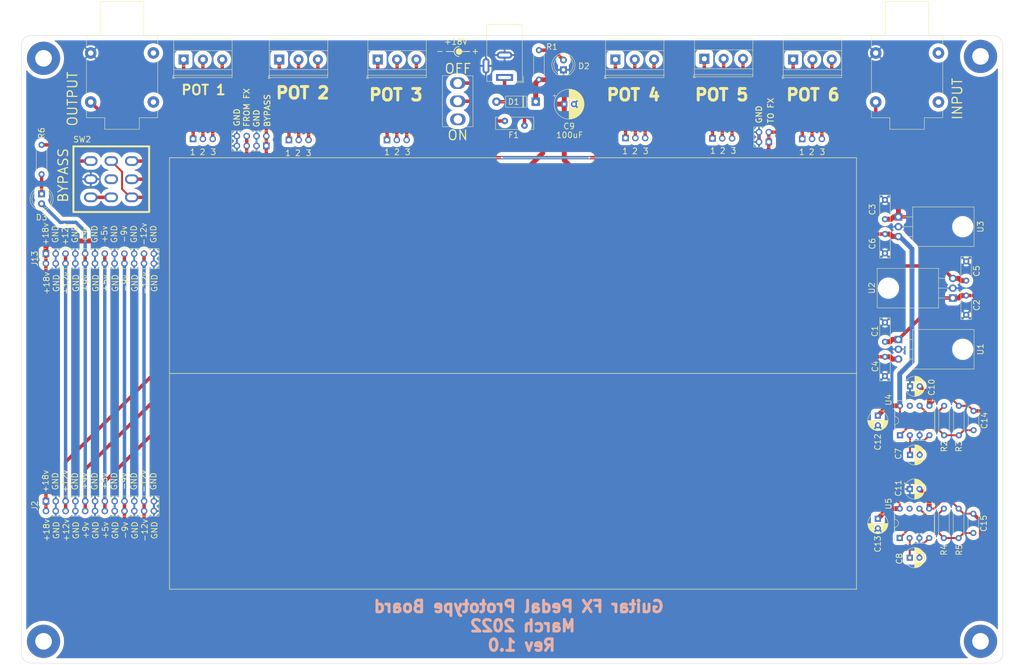
<source format=kicad_pcb>
(kicad_pcb (version 20211014) (generator pcbnew)
  (layers (0 "F.Cu" signal) (31 "B.Cu" signal) (34 "B.Paste" user) (35 "F.Paste" user) (36 "B.SilkS" user "B.Silkscreen") (37 "F.SilkS" user "F.Silkscreen") (38 "B.Mask" user) (39 "F.Mask" user) (44 "Edge.Cuts" user))
  (net 0 "")
  (net 1 "+4V")
  (net 2 "+5V")
  (net 3 "+9V")
  (net 4 "+12V")
  (net 5 "Net-(C7-Pad1)")
  (net 6 "Net-(C7-Pad2)")
  (net 7 "Net-(C8-Pad1)")
  (net 8 "Net-(C8-Pad2)")
  (net 9 "-9V")
  (net 10 "-12V")
  (net 11 "Net-(C14-Pad2)")
  (net 12 "Net-(C15-Pad2)")
  (net 13 "Net-(D1-Pad2)")
  (net 14 "Net-(D2-Pad2)")
  (net 15 "Net-(F1-Pad1)")
  (net 16 "Net-(J15-Pad1)")
  (net 17 "Net-(J15-Pad2)")
  (net 18 "Net-(J1-Pad1)")
  (net 19 "INPUT_SLEEVE")
  (net 20 "INPUT_TIP")
  (net 21 "OUTPUT_TIP")
  (net 22 "Net-(J15-Pad3)")
  (net 23 "Net-(J16-Pad1)")
  (net 24 "Net-(J16-Pad2)")
  (net 25 "Net-(J16-Pad3)")
  (net 26 "Net-(J17-Pad1)")
  (net 27 "Net-(J17-Pad2)")
  (net 28 "Net-(J17-Pad3)")
  (net 29 "Net-(J10-Pad1)")
  (net 30 "Net-(J10-Pad2)")
  (net 31 "Net-(J10-Pad3)")
  (net 32 "Net-(J12-Pad3)")
  (net 33 "Net-(J12-Pad2)")
  (net 34 "Net-(J12-Pad1)")
  (net 35 "Net-(R2-Pad1)")
  (net 36 "Net-(R4-Pad1)")
  (net 39 "Net-(D3-Pad1)")
  (net 40 "BREADBOARD_OUT")
  (net 41 "Net-(J11-Pad1)")
  (net 42 "Net-(J11-Pad2)")
  (net 43 "Net-(J11-Pad3)")
  (net 44 "Net-(R6-Pad1)")
  (net 45 "Net-(SW2-Pad3)")
  (net 46 "BREADBOARD_IN")
  (footprint "Resistor_THT:R_Axial_DIN0207_L6.3mm_D2.5mm_P7.62mm_Horizontal" (layer "F.Cu") (at 332.33 184.135 -90)
    (fp_text reference "R5")
    (fp_text value "220k")
  )
  (footprint "LED_THT:LED_D5.0mm" (layer "F.Cu") (at 230.06 70.475 90)
    (fp_text reference "D2")
    (fp_text value "LED")
  )
  (footprint "Capacitor_THT:C_Rect_L7.2mm_W2.5mm_P5.00mm_FKS2_FKP2_MKS2_MKP2" (layer "F.Cu") (at 313.28 109.165 90)
    (fp_text reference "C3")
    (fp_text value ".33uF")
  )
  (footprint "Capacitor_THT:CP_Radial_D5.0mm_P2.50mm" (layer "F.Cu") (at 319.759776 170.209888)
    (fp_text reference "C7")
    (fp_text value "10uF")
  )
  (footprint "Connector_PinSocket_2.54mm:PinSocket_1x03_P2.54mm_Vertical" (layer "F.Cu") (at 246.126 88.138 90)
    (fp_text reference "J18" hide)
    (fp_text value "Conn_01x03")
  )
  (footprint "Resistor_THT:R_Axial_DIN0207_L6.3mm_D2.5mm_P7.62mm_Horizontal" (layer "F.Cu") (at 223.71 73.01 90)
    (fp_text reference "R1")
    (fp_text value "4k7")
  )
  (footprint "Resistor_THT:R_Axial_DIN0207_L6.3mm_D2.5mm_P7.62mm_Horizontal" (layer "F.Cu") (at 332.394888 157.509888 -90)
    (fp_text reference "R3")
    (fp_text value "180k")
  )
  (footprint "Connector_Audio:Jack_6.35mm_Neutrik_NMJ4HFD2_Horizontal" (layer "F.Cu") (at 107.709 78.817 90)
    (fp_text reference "J5" hide)
    (fp_text value "AudioJack2_Dual_Switch")
  )
  (footprint "Connector_Audio:Jack_6.35mm_Neutrik_NMJ4HFD2_Horizontal" (layer "F.Cu") (at 310.885 78.817 90)
    (fp_text reference "J3" hide)
    (fp_text value "AudioJack2_Dual_Switch")
  )
  (footprint "Capacitor_THT:CP_Radial_D5.0mm_P2.50mm" (layer "F.Cu") (at 311.439888 186.739887 -90)
    (fp_text reference "C13")
    (fp_text value "2.2uF")
  )
  (footprint "Connector_PinSocket_2.54mm:PinSocket_1x03_P2.54mm_Vertical" (layer "F.Cu") (at 159.004 88.646 90)
    (fp_text reference "J16" hide)
    (fp_text value "Conn_01x03")
  )
  (footprint "Package_DIP:DIP-8_W7.62mm_Socket" (layer "F.Cu") (at 317.1 191.745 90)
    (fp_text reference "U5")
    (fp_text value "LT1054")
  )
  (footprint "TerminalBlock_Phoenix:TerminalBlock_Phoenix_MKDS-1,5-3_1x03_P5.00mm_Horizontal" (layer "F.Cu") (at 266.526 67.615)
    (fp_text reference "J11" hide)
    (fp_text value "Conn_01x03")
  )
  (footprint "Capacitor_THT:C_Rect_L7.2mm_W2.5mm_P5.00mm_FKS2_FKP2_MKS2_MKP2" (layer "F.Cu") (at 334.299888 125.084888 90)
    (fp_text reference "C5")
    (fp_text value ".1uF")
  )
  (footprint "Package_DIP:DIP-8_W7.62mm_Socket" (layer "F.Cu") (at 317.164888 165.119888 90)
    (fp_text reference "U4")
    (fp_text value "LT1054")
  )
  (footprint "Fuse:Fuse_Bourns_MF-RHT100" (layer "F.Cu") (at 214.874 83.728)
    (fp_text reference "F1")
    (fp_text value "Polyfuse")
  )
  (footprint "Connector_PinSocket_2.54mm:PinSocket_2x12_P2.54mm_Vertical" (layer "F.Cu") (at 96.11 118.095 90)
    (fp_text reference "J13")
    (fp_text value "Conn_02x12_Odd_Even")
  )
  (footprint "Capacitor_THT:CP_Radial_D5.0mm_P2.50mm" (layer "F.Cu") (at 319.694888 196.835)
    (fp_text reference "C8")
    (fp_text value "10uF")
  )
  (footprint "TerminalBlock_Phoenix:TerminalBlock_Phoenix_MKDS-1,5-3_1x03_P5.00mm_Horizontal" (layer "F.Cu") (at 131.75 67.805)
    (fp_text reference "J7" hide)
    (fp_text value "Conn_01x03")
  )
  (footprint "Capacitor_THT:C_Rect_L7.2mm_W2.5mm_P5.00mm_FKS2_FKP2_MKS2_MKP2" (layer "F.Cu") (at 313.28 144.805 -90)
    (fp_text reference "C4")
    (fp_text value ".1uF")
  )
  (footprint "TerminalBlock_Phoenix:TerminalBlock_Phoenix_MKDS-1,5-3_1x03_P5.00mm_Horizontal" (layer "F.Cu") (at 243.51 67.805)
    (fp_text reference "J10" hide)
    (fp_text value "Conn_01x03")
  )
  (footprint "TerminalBlock_Phoenix:TerminalBlock_Phoenix_MKDS-1,5-3_1x03_P5.00mm_Horizontal" (layer "F.Cu") (at 182 67.805)
    (fp_text reference "J9" hide)
    (fp_text value "Conn_01x03")
  )
  (footprint "LED_THT:LED_D5.0mm" (layer "F.Cu") (at 94.996 102.616 -90)
    (fp_text reference "D3")
    (fp_text value "LED")
  )
  (footprint "Capacitor_THT:C_Rect_L7.2mm_W2.5mm_P5.00mm_FKS2_FKP2_MKS2_MKP2" (layer "F.Cu") (at 336.204888 158.819888 -90)
    (fp_text reference "C14")
    (fp_text value ".1uF")
  )
  (footprint "My_Made_Parts:SW_Stomp_3PDT_Tayda" (layer "F.Cu") (at 103.23 90.306)
    (fp_text reference "SW2")
    (fp_text value "SW_Stomp_3PDT_Tayda")
  )
  (footprint "Capacitor_THT:C_Rect_L7.2mm_W2.5mm_P5.00mm_FKS2_FKP2_MKS2_MKP2" (layer "F.Cu") (at 313.28 113.015 -90)
    (fp_text reference "C6")
    (fp_text value ".1uF")
  )
  (footprint "Capacitor_THT:CP_Radial_D5.0mm_P2.50mm" (layer "F.Cu") (at 311.439888 160.049888 -90)
    (fp_text reference "C12")
    (fp_text value "2.2uF")
  )
  (footprint "Connector_PinSocket_2.54mm:PinSocket_2x04_P2.54mm_Vertical" (layer "F.Cu") (at 153.162 90.17 -90)
    (fp_text reference "J6" hide)
    (fp_text value "Conn_02x04_Odd_Even")
  )
  (footprint "Connector_BarrelJack:BarrelJack_Wuerth_6941xx301002" (layer "F.Cu") (at 214.82 72.46 180)
    (fp_text reference "J1" hide)
    (fp_text value "Barrel_Jack_Switch")
  )
  (footprint "TerminalBlock_Phoenix:TerminalBlock_Phoenix_MKDS-1,5-3_1x03_P5.00mm_Horizontal" (layer "F.Cu") (at 156.5 67.805)
    (fp_text reference "J8" hide)
    (fp_text value "Conn_01x03")
  )
  (footprint "Connector_PinSocket_2.54mm:PinSocket_2x12_P2.54mm_Vertical" (layer "F.Cu") (at 96.13 182.21 90)
    (fp_text reference "J2")
    (fp_text value "Conn_02x12_Odd_Even")
  )
  (footprint "Package_TO_SOT_THT:TO-220-3_Horizontal_TabDown" (layer "F.Cu") (at 316.75 140.32 -90)
    (fp_text reference "U1")
    (fp_text value "L7805")
  )
  (footprint "Connector_PinSocket_2.54mm:PinSocket_1x03_P2.54mm_Vertical" (layer "F.Cu") (at 184.404 88.646 90)
    (fp_text reference "J17" hide)
    (fp_text value "Conn_01x03")
  )
  (footprint "MountingHole:MountingHole_4.3mm_M4_Pad" (layer "F.Cu") (at 95.5 67.5)
    (fp_text reference "REF**" hide)
    (fp_text value "MountingHole_4.3mm_M4_Pad")
  )
  (footprint "MountingHole:MountingHole_4.3mm_M4_Pad" (layer "F.Cu") (at 338 218.5)
    (fp_text reference "REF**" hide)
    (fp_text value "MountingHole_4.3mm_M4_Pad")
  )
  (footprint "Capacitor_THT:CP_Radial_D5.0mm_P2.50mm" (layer "F.Cu") (at 319.759775 152.429888)
    (fp_text reference "C10")
    (fp_text value "2.2uF")
  )
  (footprint "Capacitor_THT:CP_Radial_D5.0mm_P2.50mm" (layer "F.Cu") (at 319.694888 179.055)
    (fp_text reference "C11")
    (fp_text value "2.2uF")
  )
  (footprint "Package_TO_SOT_THT:TO-220-3_Horizontal_TabDown" (layer "F.Cu") (at 316.75 108.57 -90)
    (fp_text reference "U3")
    (fp_text value "L7812")
  )
  (footprint "MountingHole:MountingHole_4.3mm_M4_Pad" (layer "F.Cu") (at 338 67)
    (fp_text reference "REF**" hide)
    (fp_text value "MountingHole_4.3mm_M4_Pad")
  )
  (footprint "MountingHole:MountingHole_4.3mm_M4_Pad" (layer "F.Cu") (at 95.5 218.5)
    (fp_text reference "REF**" hide)
    (fp_text value "MountingHole_4.3mm_M4_Pad")
  )
  (footprint "Connector_PinSocket_2.54mm:PinSocket_1x03_P2.54mm_Vertical" (layer "F.Cu") (at 134.21 88.367 90)
    (fp_text reference "J15" hide)
    (fp_text value "Conn_01x03")
  )
  (footprint "Diode_THT:D_DO-41_SOD81_P10.16mm_Horizontal" (layer "F.Cu") (at 222.885 78.74 180)
    (fp_text reference "D1")
    (fp_text value "1N5817")
  )
  (footprint "Resistor_THT:R_Axial_DIN0207_L6.3mm_D2.5mm_P7.62mm_Horizontal" (layer "F.Cu") (at 328.584888 157.509888 -90)
    (fp_text reference "R2")
    (fp_text value "20k")
  )
  (footprint "Connector_PinSocket_2.54mm:PinSocket_1x03_P2.54mm_Vertical" (layer "F.Cu") (at 268.629 88.229 90)
    (fp_text reference "J19" hide)
    (fp_text value "Conn_01x03")
  )
  (footprint "My_Made_Parts:THT-SWITCH-SPST" (layer "F.Cu") (at 198.742 72.014)
    (fp_text reference "SW1" hide)
    (fp_text value "SW_SPST")
  )
  (footprint "TerminalBlock_Phoenix:TerminalBlock_Phoenix_MKDS-1,5-3_1x03_P5.00mm_Horizontal" (layer "F.Cu") (at 289.5 67.805)
    (fp_text reference "J12" hide)
    (fp_text value "Conn_01x03")
  )
  (footprint "Capacitor_THT:CP_Radial_D7.5mm_P2.50mm" (layer "F.Cu") (at 230.27221 79.36)
    (fp_text reference "C9")
    (fp_text value "100uF")
  )
  (footprint "Connector_PinSocket_2.54mm:PinSocket_1x03_P2.54mm_Vertical" (layer "F.Cu") (at 291.861 88.367 90)
    (fp_text reference "J20" hide)
    (fp_text value "Conn_01x03")
  )
  (footprint "Resistor_THT:R_Axial_DIN0207_L6.3mm_D2.5mm_P7.62mm_Horizontal" (layer "F.Cu") (at 94.996 89.916 -90)
    (fp_text reference "R6")
    (fp_text value "4k7")
  )
  (footprint "Capacitor_THT:C_Rect_L7.2mm_W2.5mm_P5.00mm_FKS2_FKP2_MKS2_MKP2" (layer "F.Cu") (at 336.14 185.445 -90)
    (fp_text reference "C15")
    (fp_text value ".1uF")
  )
  (footprint "Connector_PinSocket_2.54mm:PinSocket_2x02_P2.54mm_Vertical" (layer "F.Cu") (at 283.21 89.154 -90)
    (fp_text reference "J4" hide)
    (fp_text value "Conn_02x02_Odd_Even")
  )
  (footprint "Capacitor_THT:C_Rect_L7.2mm_W2.5mm_P5.00mm_FKS2_FKP2_MKS2_MKP2" (layer "F.Cu") (at 334.299888 128.934888 -90)
    (fp_text reference "C2")
    (fp_text value ".33uF")
  )
  (footprint "Resistor_THT:R_Axial_DIN0207_L6.3mm_D2.5mm_P7.62mm_Horizontal" (layer "F.Cu") (at 328.52 184.135 -90)
    (fp_text reference "R4")
    (fp_text value "20k")
  )
  (footprint "Capacitor_THT:C_Rect_L7.2mm_W2.5mm_P5.00mm_FKS2_FKP2_MKS2_MKP2" (layer "F.Cu") (at 313.28 140.915 90)
    (fp_text reference "C1")
    (fp_text value ".33uF")
  )
  (footprint "Package_TO_SOT_THT:TO-220-3_Horizontal_TabDown" (layer "F.Cu") (at 330.829888 129.569888 90)
    (fp_text reference "U2")
    (fp_text value "L7809")
  )
  (gr_line (start 128.099975 149.12) (end 128.099975 93.24) (layer "F.SilkS") (width 0.15))
  (gr_circle (center 203.032 65.746) (end 203.794 65.746) (layer "F.SilkS") (width 0.15) (fill solid))
  (gr_line (start 128.099975 93.24) (end 305.900026 93.24) (layer "F.SilkS") (width 0.15))
  (gr_line (start 128.099975 205) (end 128.099975 149.12) (layer "F.SilkS") (width 0.15))
  (gr_line (start 199.73 65.746) (end 201.762 65.746) (layer "F.SilkS") (width 0.2))
  (gr_arc (start 203.032 67.016) (mid 201.762 65.746) (end 203.032 64.476) (layer "F.SilkS") (width 0.2))
  (gr_line (start 305.900026 149.12) (end 128.099975 149.12) (layer "F.SilkS") (width 0.15))
  (gr_line (start 305.900026 93.24) (end 305.900026 149.12) (layer "F.SilkS") (width 0.15))
  (gr_line (start 305.900026 205) (end 128.099975 205) (layer "F.SilkS") (width 0.15))
  (gr_line (start 203.835218 65.746) (end 205.826 65.746) (layer "F.SilkS") (width 0.2))
  (gr_line (start 305.900026 149.12) (end 305.900026 205) (layer "F.SilkS") (width 0.15))
  (gr_line (start 89.76 64.12) (end 89.76 221.6) (layer "Edge.Cuts") (width 0.1))
  (gr_arc (start 89.76 64.12) (mid 90.503949 62.323949) (end 92.3 61.58) (layer "Edge.Cuts") (width 0.1))
  (gr_arc (start 92.3 224.14) (mid 90.503949 223.396051) (end 89.76 221.6) (layer "Edge.Cuts") (width 0.1))
  (gr_arc (start 341.22 61.58) (mid 343.016051 62.323949) (end 343.76 64.12) (layer "Edge.Cuts") (width 0.1))
  (gr_arc (start 343.76 221.6) (mid 343.016051 223.396051) (end 341.22 224.14) (layer "Edge.Cuts") (width 0.1))
  (gr_line (start 92.3 224.14) (end 341.22 224.14) (layer "Edge.Cuts") (width 0.1))
  (gr_line (start 343.76 221.6) (end 343.76 64.12) (layer "Edge.Cuts") (width 0.1))
  (gr_line (start 341.22 61.58) (end 92.3 61.58) (layer "Edge.Cuts") (width 0.1))
  (gr_text "Rev 1.0" (at 219.202 219.5) (layer "B.SilkS") (effects (font (size 3 3) (thickness 0.75)) (justify mirror)))
  (gr_text "March 2022" (at 219.5 214.5) (layer "B.SilkS") (effects (font (size 3 3) (thickness 0.75)) (justify mirror)))
  (gr_text "Guitar FX Pedal Prototype Board" (at 218.5 209.5) (layer "B.SilkS") (effects (font (size 3 3) (thickness 0.75)) (justify mirror)))
  (gr_text "+18v" (at 96.012 113.03 90) (layer "F.SilkS") (effects (font (size 1.5 1.5) (thickness 0.2))))
  (gr_text "GND" (at 123.952 177.038 90) (layer "F.SilkS") (effects (font (size 1.5 1.5) (thickness 0.2))))
  (gr_text "GND" (at 98.806 189.738 90) (layer "F.SilkS") (effects (font (size 1.5 1.5) (thickness 0.2))))
  (gr_text "GND" (at 108.712 177.038 90) (layer "F.SilkS") (effects (font (size 1.5 1.5) (thickness 0.2))))
  (gr_text "POT 4" (at 248.158 76.962) (layer "F.SilkS") (effects (font (size 3 3) (thickness 0.75))))
  (gr_text "-\n" (at 198.08 65.63) (layer "F.SilkS") (effects (font (size 1.5 1.5) (thickness 0.2))))
  (gr_text "GND\n" (at 145.542 82.804 90) (layer "F.SilkS") (effects (font (size 1.5 1.5) (thickness 0.25))))
  (gr_text "+12v" (at 101.092 177.038 90) (layer "F.SilkS") (effects (font (size 1.5 1.5) (thickness 0.2))))
  (gr_text "1" (at 158.764 92.039) (layer "F.SilkS") (effects (font (size 1.5 1.5) (thickness 0.2))))
  (gr_text "-9v" (at 116.332 177.038 90) (layer "F.SilkS") (effects (font (size 1.5 1.5) (thickness 0.2))))
  (gr_text "GND" (at 123.952 113.03 90) (layer "F.SilkS") (effects (font (size 1.5 1.5) (thickness 0.2))))
  (gr_text "1" (at 291.758 91.76) (layer "F.SilkS") (effects (font (size 1.5 1.5) (thickness 0.2))))
  (gr_text "+18v" (at 96.012 177.038 90) (layer "F.SilkS") (effects (font (size 1.5 1.5) (thickness 0.2))))
  (gr_text "2" (at 271.272 91.44) (layer "F.SilkS") (effects (font (size 1.5 1.5) (thickness 0.2))))
  (gr_text "GND" (at 113.792 177.038 90) (layer "F.SilkS") (effects (font (size 1.5 1.5) (thickness 0.2))))
  (gr_text "GND" (at 108.966 125.73 90) (layer "F.SilkS") (effects (font (size 1.5 1.5) (thickness 0.2))))
  (gr_text "GND" (at 108.712 113.03 90) (layer "F.SilkS") (effects (font (size 1.5 1.5) (thickness 0.2))))
  (gr_text "GND\n" (at 280.67 82.042 90) (layer "F.SilkS") (effects (font (size 1.5 1.5) (thickness 0.25))))
  (gr_text "ON" (at 202.692 87.42) (layer "F.SilkS") (effects (font (size 2.5 2.5) (thickness 0.3))))
  (gr_text "2" (at 248.563 91.531) (layer "F.SilkS") (effects (font (size 1.5 1.5) (thickness 0.2))))
  (gr_text "OFF" (at 202.77 70.18) (layer "F.SilkS") (effects (font (size 2.5 2.5) (thickness 0.3))))
  (gr_text "-12v" (at 121.412 177.038 90) (layer "F.SilkS") (effects (font (size 1.5 1.5) (thickness 0.2))))
  (gr_text "3" (at 139.446 91.768) (layer "F.SilkS") (effects (font (size 1.5 1.5) (thickness 0.2))))
  (gr_text "2" (at 294.298 91.76) (layer "F.SilkS") (effects (font (size 1.5 1.5) (thickness 0.2))))
  (gr_text "GND" (at 98.552 177.038 90) (layer "F.SilkS") (effects (font (size 1.5 1.5) (thickness 0.2))))
  (gr_text "+12v" (at 101.346 189.738 90) (layer "F.SilkS") (effects (font (size 1.5 1.5) (thickness 0.2))))
  (gr_text "POT 1" (at 136.906 75.692) (layer "F.SilkS") (effects (font (size 2.5 2.5) (thickness 0.5))))
  (gr_text "GND" (at 114.046 125.73 90) (layer "F.SilkS") (effects (font (size 1.5 1.5) (thickness 0.2))))
  (gr_text "2" (at 161.304 92.039) (layer "F.SilkS") (effects (font (size 1.5 1.5) (thickness 0.2))))
  (gr_text "OUTPUT" (at 103 78 90) (layer "F.SilkS") (effects (font (size 2.5 2.5) (thickness 0.3))))
  (gr_text "GND\n" (at 103.632 177.038 90) (layer "F.SilkS") (effects (font (size 1.5 1.5) (thickness 0.2))))
  (gr_text "GND" (at 119.126 125.73 90) (layer "F.SilkS") (effects (font (size 1.5 1.5) (thickness 0.2))))
  (gr_text "+18v" (at 96.266 125.73 90) (layer "F.SilkS") (effects (font (size 1.5 1.5) (thickness 0.2))))
  (gr_text "-12v" (at 121.412 113.03 90) (layer "F.SilkS") (effects (font (size 1.5 1.5) (thickness 0.2))))
  (gr_text "3" (at 189.752 91.785) (layer "F.SilkS") (effects (font (size 1.5 1.5) (thickness 0.2))))
  (gr_text "-9v" (at 116.586 189.738 90) (layer "F.SilkS") (effects (font (size 1.5 1.5) (thickness 0.2))))
  (gr_text "GND" (at 118.872 113.03 90) (layer "F.SilkS") (effects (font (size 1.5 1.5) (thickness 0.2))))
  (gr_text "+" (at 207.24 65.63) (layer "F.SilkS") (effects (font (size 1.5 1.5) (thickness 0.2))))
  (gr_text "GND" (at 114.046 189.738 90) (layer "F.SilkS") (effects (font (size 1.5 1.5) (thickness 0.2))))
  (gr_text "+5v" (at 111.506 125.73 90) (layer "F.SilkS") (effects (font (size 1.5 1.5) (thickness 0.2))))
  (gr_text "-9v" (at 116.586 125.73 90) (layer "F.SilkS") (effects (font (size 1.5 1.5) (thickness 0.2))))
  (gr_text "GND" (at 118.872 177.038 90) (layer "F.SilkS") (effects (font (size 1.5 1.5) (thickness 0.2))))
  (gr_text "GND" (at 98.806 125.73 90) (layer "F.SilkS") (effects (font (size 1.5 1.5) (thickness 0.2))))
  (gr_text "-9v" (at 116.332 113.03 90) (layer "F.SilkS") (effects (font (size 1.5 1.5) (thickness 0.2))))
  (gr_text "POT 3" (at 186.69 76.962) (layer "F.SilkS") (effects (font (size 3 3) (thickness 0.75))))
  (gr_text "3" (at 274.066 91.44) (layer "F.SilkS") (effects (font (size 1.5 1.5) (thickness 0.2))))
  (gr_text "POT 2" (at 162.56 76.454) (layer "F.SilkS") (effects (font (size 3 3) (thickness 0.75))))
  (gr_text "3" (at 164.098 92.039) (layer "F.SilkS") (effects (font (size 1.5 1.5) (thickness 0.2))))
  (gr_text "TO FX" (at 283.718 81.026 90) (layer "F.SilkS") (effects (font (size 1.5 1.5) (thickness 0.25))))
  (gr_text "GND\n" (at 103.886 125.73 90) (layer "F.SilkS") (effects (font (size 1.5 1.5) (thickness 0.2))))
  (gr_text "1" (at 246.023 91.531) (layer "F.SilkS") (effects (font (size 1.5 1.5) (thickness 0.2))))
  (gr_text "-12v" (at 121.666 125.73 90) (layer "F.SilkS") (effects (font (size 1.5 1.5) (thickness 0.2))))
  (gr_text "+9v" (at 106.426 189.738 90) (layer "F.SilkS") (effects (font (size 1.5 1.5) (thickness 0.2))))
  (gr_text "GND\n" (at 103.632 113.03 90) (layer "F.SilkS") (effects (font (size 1.5 1.5) (thickness 0.2))))
  (gr_text "1" (at 268.732 91.44) (layer "F.SilkS") (effects (font (size 1.5 1.5) (thickness 0.2))))
  (gr_text "GND" (at 124.206 189.738 90) (layer "F.SilkS") (effects (font (size 1.5 1.5) (thickness 0.2))))
  (gr_text "+12v" (at 101.346 125.73 90) (layer "F.SilkS") (effects (font (size 1.5 1.5) (thickness 0.2))))
  (gr_text "+5v" (at 111.252 113.03 90) (layer "F.SilkS") (effects (font (size 1.5 1.5) (thickness 0.2))))
  (gr_text "+5v" (at 111.506 189.738 90) (layer "F.SilkS") (effects (font (size 1.5 1.5) (thickness 0.2))))
  (gr_text "GND" (at 108.966 189.738 90) (layer "F.SilkS") (effects (font (size 1.5 1.5) (thickness 0.2))))
  (gr_text "POT 6" (at 294.64 76.962) (layer "F.SilkS") (effects (font (size 3 3) (thickness 0.75))))
  (gr_text "1" (at 134.112 91.768) (layer "F.SilkS") (effects (font (size 1.5 1.5) (thickness 0.2))))
  (gr_text "1" (at 184.418 91.785) (layer "F.SilkS") (effects (font (size 1.5 1.5) (thickness 0.2))))
  (gr_text "-12v" (at 121.666 189.738 90) (layer "F.SilkS") (effects (font (size 1.5 1.5) (thickness 0.2))))
  (gr_text "GND" (at 124.206 125.73 90) (layer "F.SilkS") (effects (font (size 1.5 1.5) (thickness 0.2))))
  (gr_text "+12v" (at 101.092 113.03 90) (layer "F.SilkS") (effects (font (size 1.5 1.5) (thickness 0.2))))
  (gr_text "GND" (at 119.126 189.738 90) (layer "F.SilkS") (effects (font (size 1.5 1.5) (thickness 0.2))))
  (gr_text "GND" (at 113.792 113.03 90) (layer "F.SilkS") (effects (font (size 1.5 1.5) (thickness 0.2))))
  (gr_text "2" (at 186.958 91.785) (layer "F.SilkS") (effects (font (size 1.5 1.5) (thickness 0.2))))
  (gr_text "FROM FX" (at 148.082 80.264 90) (layer "F.SilkS") (effects (font (size 1.5 1.5) (thickness 0.25))))
  (gr_text "3" (at 297.092 91.76) (layer "F.SilkS") (effects (font (size 1.5 1.5) (thickness 0.2))))
  (gr_text "+9v" (at 106.172 113.03 90) (layer "F.SilkS") (effects (font (size 1.5 1.5) (thickness 0.2))))
  (gr_text "+18V" (at 202.2 63.2) (layer "F.SilkS") (effects (font (size 1.5 1.5) (thickness 0.2))))
  (gr_text "+9v" (at 106.172 177.038 90) (layer "F.SilkS") (effects (font (size 1.5 1.5) (thickness 0.2))))
  (gr_text "BYPASS" (at 100.584 97.79 90) (layer "F.SilkS") (effects (font (size 2.5 2.5))))
  (gr_text "POT 5" (at 271.018 76.962) (layer "F.SilkS") (effects (font (size 3 3) (thickness 0.75))))
  (gr_text "GND" (at 98.552 113.03 90) (layer "F.SilkS") (effects (font (size 1.5 1.5) (thickness 0.2))))
  (gr_text "INPUT" (at 332 78 90) (layer "F.SilkS") (effects (font (size 2.5 2.5) (thickness 0.3))))
  (gr_text "+5v" (at 111.252 177.038 90) (layer "F.SilkS") (effects (font (size 1.5 1.5) (thickness 0.2))))
  (gr_text "+9v" (at 106.426 125.73 90) (layer "F.SilkS") (effects (font (size 1.5 1.5) (thickness 0.2))))
  (gr_text "BYPASS" (at 153.416 81.026 90) (layer "F.SilkS") (effects (font (size 1.5 1.5) (thickness 0.25))))
  (gr_text "GND\n" (at 103.886 189.738 90) (layer "F.SilkS") (effects (font (size 1.5 1.5) (thickness 0.2))))
  (gr_text "+18v" (at 96.266 189.738 90) (layer "F.SilkS") (effects (font (size 1.5 1.5) (thickness 0.2))))
  (gr_text "3" (at 251.357 91.531) (layer "F.SilkS") (effects (font (size 1.5 1.5) (thickness 0.2))))
  (gr_text "GND\n" (at 150.622 83.058 90) (layer "F.SilkS") (effects (font (size 1.5 1.5) (thickness 0.25))))
  (gr_text "2" (at 136.652 91.768) (layer "F.SilkS") (effects (font (size 1.5 1.5) (thickness 0.2))))
  (segment (start 96.11 116.234) (end 97.536 114.808) (width 1.27) (layer "F.Cu") (net 1))
  (segment (start 96.13 184.75) (end 96.13 182.21) (width 0.889) (layer "F.Cu") (net 1))
  (segment (start 233.934 97.536) (end 310.388 97.536) (width 1.27) (layer "F.Cu") (net 1))
  (segment (start 224.7045 92.0335) (end 224.7045 82.2105) (width 1.27) (layer "F.Cu") (net 1))
  (segment (start 316.749938 108.569938) (end 316.75 108.57) (width 1.27) (layer "F.Cu") (net 1))
  (segment (start 327.500112 129.569888) (end 330.829888 129.569888) (width 0.889) (layer "F.Cu") (net 1))
  (segment (start 97.536 114.808) (end 151.384 114.808) (width 1.27) (layer "F.Cu") (net 1))
  (segment (start 330.829888 129.569888) (end 330.380112 129.569888) (width 0.508) (layer "F.Cu") (net 1))
  (segment (start 330.469888 129.569888) (end 330.829888 129.569888) (width 0.508) (layer "F.Cu") (net 1))
  (segment (start 331.06 116.19) (end 334.87 116.19) (width 0.889) (layer "F.Cu") (net 1))
  (segment (start 224.7045 82.2105) (end 227.555 79.36) (width 1.27) (layer "F.Cu") (net 1))
  (segment (start 227.555 79.36) (end 230.27221 79.36) (width 1.27) (layer "F.Cu") (net 1))
  (segment (start 223.71 73.01) (end 227.95 73.01) (width 1.27) (layer "F.Cu") (net 1))
  (segment (start 314.9075 109.165) (end 313.28 109.165) (width 1.27) (layer "F.Cu") (net 1))
  (segment (start 333.029888 128.934888) (end 332.394888 129.569888) (width 1.27) (layer "F.Cu") (net 1))
  (segment (start 332.394888 129.569888) (end 330.829888 129.569888) (width 1.27) (layer "F.Cu") (net 1))
  (segment (start 316.749938 103.897938) (end 316.749938 108.569938) (width 1.27) (layer "F.Cu") (net 1))
  (segment (start 222.885 78.74) (end 222.885 73.835) (width 1.27) (layer "F.Cu") (net 1))
  (segment (start 334.299888 128.934888) (end 333.029888 128.934888) (width 1.27) (layer "F.Cu") (net 1))
  (segment (start 310.388 97.536) (end 316.749938 103.897938) (width 1.27) (layer "F.Cu") (net 1))
  (segment (start 336.095112 128.934888) (end 333.029888 128.934888) (width 0.889) (layer "F.Cu") (net 1))
  (segment (start 316.75 108.57) (end 323.44 108.57) (width 0.889) (layer "F.Cu") (net 1))
  (segment (start 230.27221 75.33221) (end 230.27221 79.36) (width 1.27) (layer "F.Cu") (net 1))
  (segment (start 96.11 120.635) (end 96.11 118.095) (width 0.889) (layer "F.Cu") (net 1))
  (segment (start 323.44 108.57) (end 331.06 116.19) (width 0.889) (layer "F.Cu") (net 1))
  (segment (start 315.5025 108.57) (end 314.9075 109.165) (width 1.27) (layer "F.Cu") (net 1))
  (segment (start 165.608 100.584) (end 216.154 100.584) (width 1.27) (layer "F.Cu") (net 1))
  (segment (start 313.28 140.915) (end 314.59 140.915) (width 1.27) (layer "F.Cu") (net 1))
  (segment (start 230.27221 79.36) (end 230.27221 93.87421) (width 1.27) (layer "F.Cu") (net 1))
  (segment (start 316.75 108.57) (end 315.5025 108.57) (width 1.27) (layer "F.Cu") (net 1))
  (segment (start 316.75 140.32) (end 315.185 140.32) (width 1.27) (layer "F.Cu") (net 1))
  (segment (start 96.11 120.635) (end 96.11 182.19) (width 0.889) (layer "F.Cu") (net 1))
  (segment (start 316.834888 108.485112) (end 316.75 108.57) (width 0.508) (layer "F.Cu") (net 1))
  (segment (start 216.154 100.584) (end 224.7045 92.0335) (width 1.27) (layer "F.Cu") (net 1))
  (segment (start 314.59 140.915) (end 315.185 140.32) (width 1.27) (layer "F.Cu") (net 1))
  (segment (start 151.384 114.808) (end 165.608 100.584) (width 1.27) (layer "F.Cu") (net 1))
  (segment (start 227.95 73.01) (end 230.27221 75.33221) (width 1.27) (layer "F.Cu") (net 1))
  (segment (start 96.11 182.19) (end 96.13 182.21) (width 0.889) (layer "F.Cu") (net 1))
  (segment (start 338.045 119.365) (end 338.045 126.985) (width 0.889) (layer "F.Cu") (net 1))
  (segment (start 338.045 126.985) (end 336.095112 128.934888) (width 0.889) (layer "F.Cu") (net 1))
  (segment (start 316.75 140.32) (end 327.500112 129.569888) (width 0.889) (layer "F.Cu") (net 1))
  (segment (start 96.11 118.095) (end 96.11 116.234) (width 1.27) (layer "F.Cu") (net 1))
  (segment (start 230.27221 93.87421) (end 233.934 97.536) (width 1.27) (layer "F.Cu") (net 1))
  (segment (start 334.87 116.19) (end 338.045 119.365) (width 0.889) (layer "F.Cu") (net 1))
  (segment (start 222.885 73.835) (end 223.71 73.01) (width 1.27) (layer "F.Cu") (net 1))
  (segment (start 313.28 144.805) (end 314.59 144.805) (width 1.27) (layer "F.Cu") (net 2))
  (segment (start 111.35 118.095) (end 111.35 120.635) (width 0.889) (layer "F.Cu") (net 2))
  (segment (start 111.37 184.75) (end 111.37 182.21) (width 0.889) (layer "F.Cu") (net 2))
  (segment (start 143.695 144.805) (end 313.28 144.805) (width 0.889) (layer "F.Cu") (net 2))
  (segment (start 314.59 144.805) (end 315.185 145.4) (width 1.27) (layer "F.Cu") (net 2))
  (segment (start 111.37 177.13) (end 143.695 144.805) (width 0.889) (layer "F.Cu") (net 2))
  (segment (start 111.37 182.21) (end 111.37 177.13) (width 0.889) (layer "F.Cu") (net 2))
  (segment (start 316.75 145.4) (end 315.185 145.4) (width 1.27) (layer "F.Cu") (net 2))
  (segment (start 111.37 182.21) (end 111.35 182.19) (width 0.889) (layer "B.Cu") (net 2))
  (segment (start 111.35 182.19) (end 111.35 120.635) (width 0.889) (layer "B.Cu") (net 2))
  (segment (start 158.975 121.27) (end 327.564 121.27) (width 0.889) (layer "F.Cu") (net 3))
  (segment (start 330.829888 124.489888) (end 332.394888 124.489888) (width 1.27) (layer "F.Cu") (net 3))
  (segment (start 330.783888 124.489888) (end 330.829888 124.489888) (width 0.889) (layer "F.Cu") (net 3))
  (segment (start 106.29 184.75) (end 106.29 182.21) (width 0.889) (layer "F.Cu") (net 3))
  (segment (start 334.299888 125.084888) (end 332.989888 125.084888) (width 1.27) (layer "F.Cu") (net 3))
  (segment (start 106.29 182.21) (end 106.27 182.19) (width 0.889) (layer "F.Cu") (net 3))
  (segment (start 106.27 173.975) (end 158.975 121.27) (width 0.889) (layer "F.Cu") (net 3))
  (segment (start 106.27 118.095) (end 106.27 120.635) (width 0.889) (layer "F.Cu") (net 3))
  (segment (start 332.989888 125.084888) (end 332.394888 124.489888) (width 1.27) (layer "F.Cu") (net 3))
  (segment (start 327.564 121.27) (end 330.783888 124.489888) (width 0.889) (layer "F.Cu") (net 3))
  (segment (start 106.27 182.19) (end 106.27 173.975) (width 0.889) (layer "F.Cu") (net 3))
  (segment (start 106.29 182.21) (end 106.29 120.655) (width 0.889) (layer "B.Cu") (net 3))
  (segment (start 106.29 120.655) (end 106.27 120.635) (width 0.889) (layer "B.Cu") (net 3))
  (segment (start 106.27 118.095) (end 106.27 112.366) (width 0.889) (layer "B.Cu") (net 3))
  (segment (start 106.27 112.366) (end 103.886 109.982) (width 0.889) (layer "B.Cu") (net 3))
  (segment (start 99.822 109.982) (end 94.996 105.156) (width 0.889) (layer "B.Cu") (net 3))
  (segment (start 103.886 109.982) (end 99.822 109.982) (width 0.889) (layer "B.Cu") (net 3))
  (segment (start 101.21 184.75) (end 101.21 182.21) (width 0.889) (layer "F.Cu") (net 4))
  (segment (start 317.164888 157.499888) (end 313.989888 157.499888) (width 1.27) (layer "F.Cu") (net 4))
  (segment (start 317.09 157.425) (end 317.164888 157.499888) (width 0.508) (layer "F.Cu") (net 4))
  (segment (start 101.21 182.21) (end 101.21 172.05) (width 0.889) (layer "F.Cu") (net 4))
  (segment (start 101.21 172.05) (end 160.245 113.015) (width 0.889) (layer "F.Cu") (net 4))
  (segment (start 317.1 184.125) (end 314.054775 184.125) (width 1.27) (layer "F.Cu") (net 4))
  (segment (start 314.55 163.18) (end 317.164888 160.565112) (width 0.508) (layer "F.Cu") (net 4))
  (segment (start 313.28 113.015) (end 314.55 113.015) (width 1.27) (layer "F.Cu") (net 4))
  (segment (start 316.75 113.65) (end 315.185 113.65) (width 1.27) (layer "F.Cu") (net 4))
  (segment (start 314.55 180.325) (end 314.55 163.18) (width 0.508) (layer "F.Cu") (net 4))
  (segment (start 317.164888 160.565112) (end 317.164888 157.499888) (width 0.508) (layer "F.Cu") (net 4))
  (segment (start 101.19 118.095) (end 101.19 120.635) (width 0.889) (layer "F.Cu") (net 4))
  (segment (start 315.185 113.65) (end 314.55 113.015) (width 1.27) (layer "F.Cu") (net 4))
  (segment (start 160.245 113.015) (end 313.28 113.015) (width 0.889) (layer "F.Cu") (net 4))
  (segment (start 313.989888 157.499888) (end 311.439888 160.049888) (width 1.27) (layer "F.Cu") (net 4))
  (segment (start 317.1 182.875) (end 314.55 180.325) (width 0.508) (layer "F.Cu") (net 4))
  (segment (start 317.1 184.125) (end 317.1 182.875) (width 0.508) (layer "F.Cu") (net 4))
  (segment (start 314.054775 184.125) (end 311.439888 186.739887) (width 1.27) (layer "F.Cu") (net 4))
  (segment (start 317.09 113.65) (end 320.265 116.825) (width 1.27) (layer "B.Cu") (net 4))
  (segment (start 101.21 182.21) (end 101.21 120.655) (width 0.889) (layer "B.Cu") (net 4))
  (segment (start 317.09 149.21) (end 317.09 157.425) (width 1.27) (layer "B.Cu") (net 4))
  (segment (start 316.75 113.65) (end 317.09 113.65) (width 1.27) (layer "B.Cu") (net 4))
  (segment (start 320.265 116.825) (end 320.265 146.035) (width 1.27) (layer "B.Cu") (net 4))
  (segment (start 320.265 146.035) (end 317.09 149.21) (width 1.27) (layer "B.Cu") (net 4))
  (segment (start 101.21 120.655) (end 101.19 120.635) (width 0.889) (layer "B.Cu") (net 4))
  (segment (start 317.09 157.425) (end 317.164888 157.499888) (width 1.27) (layer "B.Cu") (net 4))
  (segment (start 319.759776 165.174776) (end 319.704888 165.119888) (width 0.508) (layer "F.Cu") (net 5))
  (segment (start 319.759776 170.209888) (end 319.759776 165.174776) (width 0.508) (layer "F.Cu") (net 5))
  (segment (start 324.784888 165.119888) (end 322.259776 167.645) (width 0.508) (layer "F.Cu") (net 6))
  (segment (start 322.259776 167.645) (end 322.259776 170.209888) (width 0.508) (layer "F.Cu") (net 6))
  (segment (start 319.694888 191.799888) (end 319.64 191.745) (width 0.508) (layer "F.Cu") (net 7))
  (segment (start 319.694888 196.835) (end 319.694888 191.799888) (width 0.508) (layer "F.Cu") (net 7))
  (segment (start 322.194888 194.270112) (end 322.194888 196.835) (width 0.508) (layer "F.Cu") (net 8))
  (segment (start 324.72 191.745) (end 322.194888 194.270112) (width 0.508) (layer "F.Cu") (net 8))
  (segment (start 334.894888 157.509888) (end 336.204888 158.819888) (width 0.508) (layer "F.Cu") (net 9))
  (segment (start 116.429993 201.773993) (end 116.429993 184.769989) (width 0.889) (layer "F.Cu") (net 9))
  (segment (start 332.394888 157.509888) (end 334.894888 157.509888) (width 0.508) (layer "F.Cu") (net 9))
  (segment (start 116.43 118.095) (end 116.43 120.635) (width 0.889) (layer "F.Cu") (net 9))
  (segment (start 336.204814 158.819875) (end 339.39988 158.819875) (width 0.889) (layer "F.Cu") (net 9))
  (segment (start 116.450008 184.749999) (end 116.450008 182.209999) (width 0.889) (layer "F.Cu") (net 9))
  (segment (start 327.314888 154.969888) (end 329.854888 154.969888) (width 0.508) (layer "F.Cu") (net 9))
  (segment (start 339.39988 158.819875) (end 340.585044 160.004989) (width 0.889) (layer "F.Cu") (net 9))
  (segment (start 340.585044 198.910956) (end 329.692 209.804) (width 0.889) (layer "F.Cu") (net 9))
  (segment (start 324.764888 157.499888) (end 324.764888 154.979888) (width 1.27) (layer "F.Cu") (net 9))
  (segment (start 124.46 209.804) (end 116.429993 201.773993) (width 0.889) (layer "F.Cu") (net 9))
  (segment (start 324.784888 157.499888) (end 324.764888 157.499888) (width 0.508) (layer "F.Cu") (net 9))
  (segment (start 340.585044 160.004989) (end 340.585044 198.910956) (width 0.889) (layer "F.Cu") (net 9))
  (segment (start 324.764888 154.979888) (end 322.259775 152.474775) (width 1.27) (layer "F.Cu") (net 9))
  (segment (start 329.854888 154.969888) (end 332.394888 157.509888) (width 0.508) (layer "F.Cu") (net 9))
  (segment (start 322.259775 152.474775) (end 322.259775 152.429888) (width 1.27) (layer "F.Cu") (net 9))
  (segment (start 324.784888 157.499888) (end 327.314888 154.969888) (width 0.508) (layer "F.Cu") (net 9))
  (segment (start 116.43 184.77) (end 116.45 184.75) (width 0.508) (layer "F.Cu") (net 9))
  (segment (start 329.692 209.804) (end 124.46 209.804) (width 0.889) (layer "F.Cu") (net 9))
  (segment (start 116.45 120.655) (end 116.43 120.635) (width 0.889) (layer "B.Cu") (net 9))
  (segment (start 116.45 182.21) (end 116.45 120.655) (width 0.889) (layer "B.Cu") (net 9))
  (segment (start 324.72 184.125) (end 325.99 184.125) (width 0.508) (layer "F.Cu") (net 10))
  (segment (start 324.72 184.125) (end 324.7 184.125) (width 0.508) (layer "F.Cu") (net 10))
  (segment (start 338.045 193.025) (end 324.314 206.756) (width 0.889) (layer "F.Cu") (net 10))
  (segment (start 127.762 206.756) (end 121.53 200.524) (width 0.889) (layer "F.Cu") (net 10))
  (segment (start 336.14 185.445) (end 338.045 187.35) (width 0.889) (layer "F.Cu") (net 10))
  (segment (start 327.885 182.23) (end 330.425 182.23) (width 0.508) (layer "F.Cu") (net 10))
  (segment (start 121.51 118.095) (end 121.51 120.635) (width 0.889) (layer "F.Cu") (net 10))
  (segment (start 324.71 181.595) (end 322.194888 179.079888) (width 1.27) (layer "F.Cu") (net 10))
  (segment (start 324.314 206.756) (end 127.762 206.756) (width 0.889) (layer "F.Cu") (net 10))
  (segment (start 121.53 200.524) (end 121.53 184.75) (width 0.889) (layer "F.Cu") (net 10))
  (segment (start 330.425 182.23) (end 332.33 184.135) (width 0.508) (layer "F.Cu") (net 10))
  (segment (start 336.14 185.445) (end 333.64 185.445) (width 0.508) (layer "F.Cu") (net 10))
  (segment (start 322.194888 179.079888) (end 322.194888 179.055) (width 1.27) (layer "F.Cu") (net 10))
  (segment (start 324.71 184.115) (end 324.71 181.595) (width 1.27) (layer "F.Cu") (net 10))
  (segment (start 121.53 184.75) (end 121.53 182.21) (width 0.889) (layer "F.Cu") (net 10))
  (segment (start 338.045 187.35) (end 338.045 193.025) (width 0.889) (layer "F.Cu") (net 10))
  (segment (start 325.99 184.125) (end 327.885 182.23) (width 0.508) (layer "F.Cu") (net 10))
  (segment (start 333.64 185.445) (end 332.33 184.135) (width 0.508) (layer "F.Cu") (net 10))
  (segment (start 324.7 184.125) (end 324.71 184.115) (width 1.27) (layer "F.Cu") (net 10))
  (segment (start 121.51 182.19) (end 121.51 120.635) (width 0.889) (layer "B.Cu") (net 10))
  (segment (start 121.53 182.21) (end 121.51 182.19) (width 0.889) (layer "B.Cu") (net 10))
  (segment (start 336.204888 163.819888) (end 333.704888 163.819888) (width 0.508) (layer "F.Cu") (net 11))
  (segment (start 319.059888 163.224888) (end 317.164888 165.119888) (width 0.508) (layer "F.Cu") (net 11))
  (segment (start 326.679888 163.224888) (end 328.584888 165.129888) (width 0.508) (layer "F.Cu") (net 11))
  (segment (start 326.679888 163.224888) (end 319.059888 163.224888) (width 0.508) (layer "F.Cu") (net 11))
  (segment (start 333.704888 163.819888) (end 332.394888 165.129888) (width 0.508) (layer "F.Cu") (net 11))
  (segment (start 328.584888 165.129888) (end 332.394888 165.129888) (width 0.508) (layer "F.Cu") (net 11))
  (segment (start 333.64 190.445) (end 332.33 191.755) (width 0.508) (layer "F.Cu") (net 12))
  (segment (start 319.63 189.215) (end 325.98 189.215) (width 0.508) (layer "F.Cu") (net 12))
  (segment (start 336.14 190.445) (end 333.64 190.445) (width 0.508) (layer "F.Cu") (net 12))
  (segment (start 332.33 191.755) (end 328.52 191.755) (width 0.508) (layer "F.Cu") (net 12))
  (segment (start 325.98 189.215) (end 328.52 191.755) (width 0.508) (layer "F.Cu") (net 12))
  (segment (start 317.1 191.745) (end 319.63 189.215) (width 0.508) (layer "F.Cu") (net 12))
  (segment (start 212.725 78.74) (end 216.662 78.74) (width 0.889) (layer "F.Cu") (net 13))
  (segment (start 219.974 82.052) (end 219.974 84.928) (width 0.889) (layer "F.Cu") (net 13))
  (segment (start 216.662 78.74) (end 219.974 82.052) (width 0.889) (layer "F.Cu") (net 13))
  (segment (start 227.515 65.39) (end 230.06 67.935) (width 0.889) (layer "F.Cu") (net 14))
  (segment (start 223.71 65.39) (end 227.515 65.39) (width 0.889) (layer "F.Cu") (net 14))
  (segment (start 214.874 83.728) (end 211.457 83.728) (width 0.889) (layer "F.Cu") (net 15))
  (segment (start 206.343 78.614) (end 202.692 78.614) (width 0.889) (layer "F.Cu") (net 15))
  (segment (start 211.457 83.728) (end 206.343 78.614) (width 0.889) (layer "F.Cu") (net 15))
  (segment (start 134.21 81.9) (end 134.21 88.367) (width 0.889) (layer "F.Cu") (net 16))
  (segment (start 131.75 67.805) (end 131.75 79.44) (width 0.889) (layer "F.Cu") (net 16))
  (segment (start 131.75 79.44) (end 134.21 81.9) (width 0.889) (layer "F.Cu") (net 16))
  (segment (start 136.75 67.805) (end 136.75 88.367) (width 0.889) (layer "F.Cu") (net 17))
  (segment (start 213.868 75.692) (end 208.534 75.692) (width 0.889) (layer "F.Cu") (net 18))
  (segment (start 214.82 72.46) (end 214.82 74.74) (width 0.889) (layer "F.Cu") (net 18))
  (segment (start 206.756 73.914) (end 202.692 73.914) (width 0.889) (layer "F.Cu") (net 18))
  (segment (start 208.534 75.692) (end 206.756 73.914) (width 0.889) (layer "F.Cu") (net 18))
  (segment (start 214.82 74.74) (end 213.868 75.692) (width 0.889) (layer "F.Cu") (net 18))
  (segment (start 280.67 89.154) (end 280.67 86.614) (width 0.889) (layer "F.Cu") (net 19))
  (segment (start 292.608 93.98) (end 301.842 93.98) (width 0.889) (layer "F.Cu") (net 20))
  (segment (start 117.984 103.506) (end 115.824 101.346) (width 0.5) (layer "F.Cu") (net 20))
  (segment (start 115.824 101.346) (end 115.824 96.9) (width 0.5) (layer "F.Cu") (net 20))
  (segment (start 118.33 103.506) (end 117.984 103.506) (width 0.25) (layer "F.Cu") (net 20))
  (segment (start 118.329989 103.505991) (end 152.272009 103.505991) (width 0.889) (layer "F.Cu") (net 20))
  (segment (start 152.272009 103.505991) (end 162.56 93.218) (width 0.889) (layer "F.Cu") (net 20))
  (segment (start 115.824 96.9) (end 113.03 94.106) (width 0.5) (layer "F.Cu") (net 20))
  (segment (start 310.885 84.937) (end 301.842 93.98) (width 0.889) (layer "F.Cu") (net 20))
  (segment (start 283.21 86.614) (end 285.242 86.614) (width 0.889) (layer "F.Cu") (net 20))
  (segment (start 310.885 78.817) (end 310.885 84.937) (width 0.889) (layer "F.Cu") (net 20))
  (segment (start 283.21 90.932) (end 283.21 89.154) (width 0.889) (layer "F.Cu") (net 20))
  (segment (start 285.242 86.614) (end 292.608 93.98) (width 0.889) (layer "F.Cu") (net 20))
  (segment (start 280.924 93.218) (end 283.21 90.932) (width 0.889) (layer "F.Cu") (net 20))
  (segment (start 162.56 93.218) (end 214.122 93.218) (width 0.889) (layer "F.Cu") (net 20))
  (segment (start 283.21 89.154) (end 283.21 86.614) (width 0.889) (layer "F.Cu") (net 20))
  (segment (start 236.728 93.218) (end 280.924 93.218) (width 0.889) (layer "F.Cu") (net 20))
  (via (at 236.728 93.218) (size 0.8) (drill 0.4) (layers "F.Cu" "B.Cu") (net 20))
  (via (at 214.122 93.218) (size 0.8) (drill 0.4) (layers "F.Cu" "B.Cu") (net 20))
  (segment (start 214.122 93.218) (end 236.728 93.218) (width 0.889) (layer "B.Cu") (net 20))
  (segment (start 153.162 85.344) (end 152.4 84.582) (width 0.889) (layer "F.Cu") (net 21))
  (segment (start 153.162 90.17) (end 153.162 87.63) (width 0.889) (layer "F.Cu") (net 21))
  (segment (start 140.462 91.948) (end 120.84 91.948) (width 0.889) (layer "F.Cu") (net 21))
  (segment (start 142.494 86.614) (end 142.494 89.916) (width 0.889) (layer "F.Cu") (net 21))
  (segment (start 153.162 87.63) (end 153.162 85.344) (width 0.889) (layer "F.Cu") (net 21))
  (segment (start 148.59 98.806) (end 118.33 98.806) (width 0.889) (layer "F.Cu") (net 21))
  (segment (start 153.162 90.17) (end 153.162 94.234) (width 0.889) (layer "F.Cu") (net 21))
  (segment (start 152.4 84.582) (end 144.526 84.582) (width 0.889) (layer "F.Cu") (net 21))
  (segment (start 153.162 94.234) (end 148.59 98.806) (width 0.889) (layer "F.Cu") (net 21))
  (segment (start 120.84 91.948) (end 107.709 78.817) (width 0.889) (layer "F.Cu") (net 21))
  (segment (start 144.526 84.582) (end 142.494 86.614) (width 0.889) (layer "F.Cu") (net 21))
  (segment (start 142.494 89.916) (end 140.462 91.948) (width 0.889) (layer "F.Cu") (net 21))
  (segment (start 139.29 81.9) (end 139.29 88.367) (width 0.889) (layer "F.Cu") (net 22))
  (segment (start 141.75 67.805) (end 141.75 79.44) (width 0.889) (layer "F.Cu") (net 22))
  (segment (start 141.75 79.44) (end 139.29 81.9) (width 0.889) (layer "F.Cu") (net 22))
  (segment (start 156.5 72.03) (end 156.515 72.045) (width 0.889) (layer "F.Cu") (net 23))
  (segment (start 156.515 72.045) (end 156.515 78.765) (width 0.889) (layer "F.Cu") (net 23))
  (segment (start 156.515 78.765) (end 159.004 81.254) (width 0.889) (layer "F.Cu") (net 23))
  (segment (start 159.004 81.254) (end 159.004 88.646) (width 0.889) (layer "F.Cu") (net 23))
  (segment (start 156.5 67.805) (end 156.5 72.03) (width 0.889) (layer "F.Cu") (net 23))
  (segment (start 161.544 88.646) (end 161.53 88.632) (width 0.889) (layer "F.Cu") (net 24))
  (segment (start 161.53 88.632) (end 161.53 72.06) (width 0.889) (layer "F.Cu") (net 24))
  (segment (start 161.53 72.06) (end 161.5 72.03) (width 0.889) (layer "F.Cu") (net 24))
  (segment (start 161.5 72.03) (end 161.5 67.805) (width 0.889) (layer "F.Cu") (net 24))
  (segment (start 166.515 72.045) (end 166.515 78.795) (width 0.889) (layer "F.Cu") (net 25))
  (segment (start 166.5 72.03) (end 166.515 72.045) (width 0.889) (layer "F.Cu") (net 25))
  (segment (start 166.5 67.805) (end 166.5 72.03) (width 0.889) (layer "F.Cu") (net 25))
  (segment (start 164.084 81.226) (end 164.084 88.646) (width 0.889) (layer "F.Cu") (net 25))
  (segment (start 166.515 78.795) (end 164.084 81.226) (width 0.889) (layer "F.Cu") (net 25))
  (segment (start 182 67.805) (end 182 71.96) (width 0.889) (layer "F.Cu") (net 26))
  (segment (start 182 71.96) (end 181.915 72.045) (width 0.889) (layer "F.Cu") (net 26))
  (segment (start 181.915 78.765) (end 184.404 81.254) (width 0.889) (layer "F.Cu") (net 26))
  (segment (start 184.404 81.254) (end 184.404 88.646) (width 0.889) (layer "F.Cu") (net 26))
  (segment (start 181.915 72.045) (end 181.915 78.765) (width 0.889) (layer "F.Cu") (net 26))
  (segment (start 186.915 88.617) (end 186.944 88.646) (width 0.889) (layer "F.Cu") (net 27))
  (segment (start 187 71.96) (end 186.915 72.045) (width 0.889) (layer "F.Cu") (net 27))
  (segment (start 187 67.805) (end 187 71.96) (width 0.889) (layer "F.Cu") (net 27))
  (segment (start 186.915 72.045) (end 186.915 88.617) (width 0.889) (layer "F.Cu") (net 27))
  (segment (start 192 67.805) (end 192 71.96) (width 0.889) (layer "F.Cu") (net 28))
  (segment (start 191.915 78.795) (end 189.484 81.226) (width 0.889) (layer "F.Cu") (net 28))
  (segment (start 192 71.96) (end 191.915 72.045) (width 0.889) (layer "F.Cu") (net 28))
  (segment (start 191.915 72.045) (end 191.915 78.795) (width 0.889) (layer "F.Cu") (net 28))
  (segment (start 189.484 81.226) (end 189.484 88.646) (width 0.889) (layer "F.Cu") (net 28))
  (segment (start 243.515 74.585) (end 243.51 74.58) (width 0.889) (layer "F.Cu") (net 29))
  (segment (start 246.126 88.138) (end 246.126 83.626) (width 0.889) (layer "F.Cu") (net 29))
  (segment (start 243.515 81.015) (end 243.515 74.585) (width 0.889) (layer "F.Cu") (net 29))
  (segment (start 246.126 83.626) (end 243.515 81.015) (width 0.889) (layer "F.Cu") (net 29))
  (segment (start 243.51 74.58) (end 243.51 67.805) (width 0.889) (layer "F.Cu") (net 29))
  (segment (start 248.515 74.585) (end 248.51 74.58) (width 0.889) (layer "F.Cu") (net 30))
  (segment (start 248.51 74.58) (end 248.51 67.805) (width 0.889) (layer "F.Cu") (net 30))
  (segment (start 248.515 83.475) (end 248.666 83.626) (width 0.889) (layer "F.Cu") (net 30))
  (segment (start 248.666 83.626) (end 248.666 88.138) (width 0.889) (layer "F.Cu") (net 30))
  (segment (start 248.515 74.585) (end 248.515 83.475) (width 0.889) (layer "F.Cu") (net 30))
  (segment (start 253.515 74.585) (end 253.515 81.015) (width 0.889) (layer "F.Cu") (net 31))
  (segment (start 253.51 67.805) (end 253.51 74.58) (width 0.889) (layer "F.Cu") (net 31))
  (segment (start 251.206 83.324) (end 251.206 88.138) (width 0.889) (layer "F.Cu") (net 31))
  (segment (start 253.51 74.58) (end 253.515 74.585) (width 0.889) (layer "F.Cu") (net 31))
  (segment (start 253.515 81.015) (end 251.206 83.324) (width 0.889) (layer "F.Cu") (net 31))
  (segment (start 296.941 81.265) (end 299.5 78.706) (width 0.889) (layer "F.Cu") (net 32))
  (segment (start 296.941 88.367) (end 296.941 81.265) (width 0.889) (layer "F.Cu") (net 32))
  (segment (start 299.5 78.706) (end 299.5 67.805) (width 0.889) (layer "F.Cu") (net 32))
  (segment (start 294.5 67.805) (end 294.5 74.32) (width 0.889) (layer "F.Cu") (net 33))
  (segment (start 294.401 83.641) (end 294.235 83.475) (width 0.889) (layer "F.Cu") (net 33))
  (segment (start 294.401 88.367) (end 294.401 83.641) (width 0.889) (layer "F.Cu") (net 33))
  (segment (start 294.5 74.32) (end 294.235 74.585) (width 0.889) (layer "F.Cu") (net 33))
  (segment (start 294.235 74.585) (end 294.235 83.475) (width 0.889) (layer "F.Cu") (net 33))
  (segment (start 289.5 82.236) (end 289.5 67.805) (width 0.889) (layer "F.Cu") (net 34))
  (segment (start 291.861 88.367) (end 291.861 84.597) (width 0.889) (layer "F.Cu") (net 34))
  (segment (start 291.861 84.597) (end 289.5 82.236) (width 0.889) (layer "F.Cu") (net 34))
  (segment (start 324.159888 159.414888) (end 322.244888 157.499888) (width 0.508) (layer "F.Cu") (net 35))
  (segment (start 328.584888 157.509888) (end 326.679888 159.414888) (width 0.508) (layer "F.Cu") (net 35))
  (segment (start 326.679888 159.414888) (end 324.159888 159.414888) (width 0.508) (layer "F.Cu") (net 35))
  (segment (start 322.18 184.125) (end 324.095 186.04) (width 0.508) (layer "F.Cu") (net 36))
  (segment (start 326.615 186.04) (end 328.52 184.135) (width 0.508) (layer "F.Cu") (net 36))
  (segment (start 324.095 186.04) (end 326.615 186.04) (width 0.508) (layer "F.Cu") (net 36))
  (segment (start 94.996 102.616) (end 94.996 97.536) (width 0.889) (layer "F.Cu") (net 39))
  (segment (start 146.686 94.106) (end 118.33 94.106) (width 0.889) (layer "F.Cu") (net 40))
  (segment (start 148.082 90.17) (end 148.082 87.63) (width 0.889) (layer "F.Cu") (net 40))
  (segment (start 148.082 90.17) (end 148.082 92.71) (width 0.889) (layer "F.Cu") (net 40))
  (segment (start 148.082 92.71) (end 146.686 94.106) (width 0.889) (layer "F.Cu") (net 40))
  (segment (start 266.526 81.614) (end 266.526 67.615) (width 0.889) (layer "F.Cu") (net 41))
  (segment (start 268.629 83.717) (end 266.526 81.614) (width 0.889) (layer "F.Cu") (net 41))
  (segment (start 268.629 88.229) (end 268.629 83.717) (width 0.889) (layer "F.Cu") (net 41))
  (segment (start 271.169 88.229) (end 271.169 79.605) (width 0.889) (layer "F.Cu") (net 42))
  (segment (start 271.169 79.605) (end 271.526 79.248) (width 0.889) (layer "F.Cu") (net 42))
  (segment (start 271.526 67.615) (end 271.526 79.248) (width 0.889) (layer "F.Cu") (net 42))
  (segment (start 273.709 88.229) (end 273.709 82.653) (width 0.889) (layer "F.Cu") (net 43))
  (segment (start 273.709 82.653) (end 276.526 79.836) (width 0.889) (layer "F.Cu") (net 43))
  (segment (start 276.526 79.836) (end 276.526 67.615) (width 0.889) (layer "F.Cu") (net 43))
  (segment (start 99.822 89.916) (end 94.996 89.916) (width 0.889) (layer "F.Cu") (net 44))
  (segment (start 107.73 94.106) (end 104.012 94.106) (width 0.889) (layer "F.Cu") (net 44))
  (segment (start 104.012 94.106) (end 99.822 89.916) (width 0.889) (layer "F.Cu") (net 44))
  (segment (start 113.03 103.506) (end 107.73 103.506) (width 0.889) (layer "F.Cu") (net 45))
  (zone (net 19) (net_name "INPUT_SLEEVE") (layer "B.Cu") (connect_pads (clearance 1)) (min_thickness 0.254) (fill yes (thermal_gap 0.508) (thermal_bridge_width 0.508))
    (polygon (pts (xy 342.49 64.12) (xy 342.49 221.6) (xy 341.22 222.87) (xy 92.3 222.87) (xy 91.03 221.6) (xy 91.03 64.12) (xy 92.3 62.85) (xy 341.22 62.85)))
  )
)
</source>
